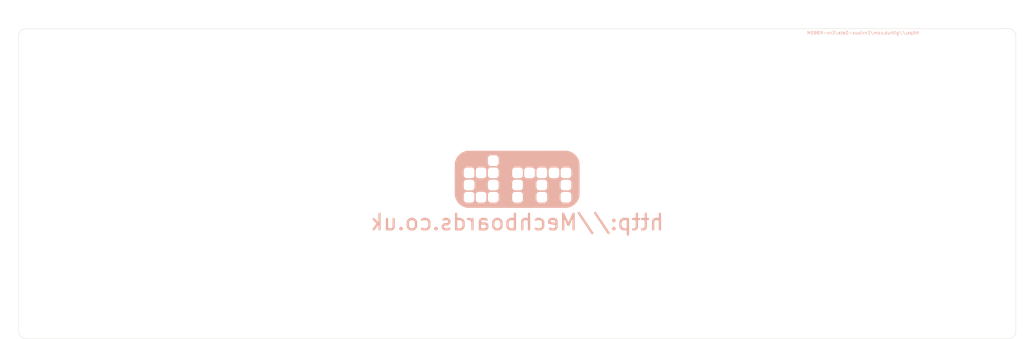
<source format=kicad_pcb>
(kicad_pcb (version 20171130) (host pcbnew "(5.1.9)-1")

  (general
    (thickness 1.6)
    (drawings 14)
    (tracks 0)
    (zones 0)
    (modules 7)
    (nets 1)
  )

  (page A3)
  (layers
    (0 F.Cu signal)
    (31 B.Cu signal)
    (32 B.Adhes user)
    (33 F.Adhes user)
    (34 B.Paste user)
    (35 F.Paste user)
    (36 B.SilkS user)
    (37 F.SilkS user)
    (38 B.Mask user)
    (39 F.Mask user)
    (40 Dwgs.User user)
    (41 Cmts.User user)
    (42 Eco1.User user)
    (43 Eco2.User user)
    (44 Edge.Cuts user)
    (45 Margin user)
    (46 B.CrtYd user)
    (47 F.CrtYd user)
    (48 B.Fab user)
    (49 F.Fab user)
  )

  (setup
    (last_trace_width 0.25)
    (trace_clearance 0.4)
    (zone_clearance 0.508)
    (zone_45_only no)
    (trace_min 0.2)
    (via_size 0.8)
    (via_drill 0.4)
    (via_min_size 0.4)
    (via_min_drill 0.3)
    (uvia_size 0.3)
    (uvia_drill 0.1)
    (uvias_allowed no)
    (uvia_min_size 0.2)
    (uvia_min_drill 0.1)
    (edge_width 0.1)
    (segment_width 0.2)
    (pcb_text_width 0.3)
    (pcb_text_size 1.5 1.5)
    (mod_edge_width 0.15)
    (mod_text_size 1 1)
    (mod_text_width 0.15)
    (pad_size 1.5 1.5)
    (pad_drill 0.6)
    (pad_to_mask_clearance 0)
    (aux_axis_origin 0 0)
    (visible_elements 7FFFFFFF)
    (pcbplotparams
      (layerselection 0x010fc_ffffffff)
      (usegerberextensions false)
      (usegerberattributes false)
      (usegerberadvancedattributes false)
      (creategerberjobfile false)
      (excludeedgelayer true)
      (linewidth 0.100000)
      (plotframeref false)
      (viasonmask false)
      (mode 1)
      (useauxorigin false)
      (hpglpennumber 1)
      (hpglpenspeed 20)
      (hpglpendiameter 15.000000)
      (psnegative false)
      (psa4output false)
      (plotreference true)
      (plotvalue true)
      (plotinvisibletext false)
      (padsonsilk false)
      (subtractmaskfromsilk false)
      (outputformat 1)
      (mirror false)
      (drillshape 0)
      (scaleselection 1)
      (outputdirectory "_gerber/"))
  )

  (net 0 "")

  (net_class Default "This is the default net class."
    (clearance 0.4)
    (trace_width 0.25)
    (via_dia 0.8)
    (via_drill 0.4)
    (uvia_dia 0.3)
    (uvia_drill 0.1)
  )

  (module MechboardsLogo:mechboardsLOGO_40mm locked (layer B.Cu) (tedit 0) (tstamp 60A3C9D4)
    (at 225.075 145.9 180)
    (fp_text reference Ref** (at -1.5 0) (layer B.SilkS) hide
      (effects (font (size 1.27 1.27) (thickness 0.15)) (justify mirror))
    )
    (fp_text value Val** (at 0 0) (layer B.SilkS) hide
      (effects (font (size 1.27 1.27) (thickness 0.15)) (justify mirror))
    )
    (fp_poly (pts (xy 2.16771 9.143542) (xy 3.193652 9.143441) (xy 4.177948 9.143287) (xy 5.120827 9.14308)
      (xy 6.022517 9.14282) (xy 6.883248 9.142506) (xy 7.703249 9.142137) (xy 8.482749 9.141715)
      (xy 9.221977 9.141237) (xy 9.921162 9.140705) (xy 10.580533 9.140117) (xy 11.200318 9.139474)
      (xy 11.780748 9.138774) (xy 12.322051 9.138019) (xy 12.824455 9.137207) (xy 13.288191 9.136337)
      (xy 13.713487 9.135411) (xy 14.100572 9.134428) (xy 14.449675 9.133386) (xy 14.761026 9.132286)
      (xy 15.034852 9.131128) (xy 15.271384 9.129911) (xy 15.470849 9.128635) (xy 15.633478 9.1273)
      (xy 15.7595 9.125905) (xy 15.849142 9.12445) (xy 15.902635 9.122935) (xy 15.917888 9.121948)
      (xy 16.356115 9.047332) (xy 16.780081 8.933814) (xy 17.187687 8.782879) (xy 17.576836 8.596009)
      (xy 17.945428 8.374689) (xy 18.291366 8.120403) (xy 18.612551 7.834635) (xy 18.906884 7.518868)
      (xy 19.172268 7.174587) (xy 19.406602 6.803275) (xy 19.532572 6.565819) (xy 19.709105 6.162006)
      (xy 19.845539 5.745071) (xy 19.942196 5.313955) (xy 19.971827 5.122334) (xy 19.975406 5.074149)
      (xy 19.978782 4.985967) (xy 19.981955 4.860124) (xy 19.984925 4.698953) (xy 19.987691 4.504792)
      (xy 19.990255 4.279976) (xy 19.992616 4.026839) (xy 19.994774 3.747719) (xy 19.996728 3.444949)
      (xy 19.99848 3.120866) (xy 20.000028 2.777804) (xy 20.001374 2.418101) (xy 20.002516 2.04409)
      (xy 20.003455 1.658108) (xy 20.004192 1.26249) (xy 20.004725 0.859571) (xy 20.005055 0.451687)
      (xy 20.005182 0.041174) (xy 20.005106 -0.369633) (xy 20.004827 -0.778399) (xy 20.004345 -1.182788)
      (xy 20.00366 -1.580465) (xy 20.002772 -1.969094) (xy 20.00168 -2.346339) (xy 20.000386 -2.709865)
      (xy 19.998889 -3.057338) (xy 19.997188 -3.38642) (xy 19.995285 -3.694777) (xy 19.993178 -3.980073)
      (xy 19.990869 -4.239973) (xy 19.988356 -4.472141) (xy 19.98564 -4.674241) (xy 19.982722 -4.843939)
      (xy 19.9796 -4.978899) (xy 19.976275 -5.076785) (xy 19.972747 -5.135262) (xy 19.971827 -5.1435)
      (xy 19.892487 -5.580936) (xy 19.773832 -6.003391) (xy 19.615555 -6.411603) (xy 19.41735 -6.806305)
      (xy 19.178911 -7.188235) (xy 19.043389 -7.376123) (xy 18.959407 -7.479375) (xy 18.850833 -7.600974)
      (xy 18.725969 -7.732621) (xy 18.593115 -7.866015) (xy 18.460573 -7.992853) (xy 18.336643 -8.104835)
      (xy 18.229627 -8.193661) (xy 18.213456 -8.206056) (xy 17.836858 -8.465054) (xy 17.446243 -8.684111)
      (xy 17.04153 -8.863261) (xy 16.622639 -9.002536) (xy 16.18949 -9.101968) (xy 15.917888 -9.143114)
      (xy 15.887041 -9.144312) (xy 15.815146 -9.145472) (xy 15.703475 -9.146594) (xy 15.553302 -9.147679)
      (xy 15.365898 -9.148726) (xy 15.142536 -9.149735) (xy 14.88449 -9.150707) (xy 14.593031 -9.151641)
      (xy 14.269433 -9.152537) (xy 13.914968 -9.153396) (xy 13.53091 -9.154217) (xy 13.118529 -9.155001)
      (xy 12.679101 -9.155747) (xy 12.213896 -9.156457) (xy 11.724188 -9.157128) (xy 11.211249 -9.157763)
      (xy 10.676353 -9.15836) (xy 10.120771 -9.15892) (xy 9.545777 -9.159442) (xy 8.952643 -9.159928)
      (xy 8.342643 -9.160376) (xy 7.717047 -9.160788) (xy 7.07713 -9.161162) (xy 6.424164 -9.161499)
      (xy 5.759422 -9.1618) (xy 5.084176 -9.162063) (xy 4.3997 -9.16229) (xy 3.707265 -9.162479)
      (xy 3.008145 -9.162632) (xy 2.303612 -9.162748) (xy 1.594938 -9.162828) (xy 0.883398 -9.16287)
      (xy 0.170263 -9.162876) (xy -0.543195 -9.162846) (xy -1.255701 -9.162779) (xy -1.965984 -9.162675)
      (xy -2.672771 -9.162535) (xy -3.374789 -9.162358) (xy -4.070766 -9.162145) (xy -4.759429 -9.161896)
      (xy -5.439504 -9.16161) (xy -6.10972 -9.161288) (xy -6.768804 -9.16093) (xy -7.415482 -9.160535)
      (xy -8.048483 -9.160105) (xy -8.666534 -9.159638) (xy -9.268362 -9.159135) (xy -9.852693 -9.158596)
      (xy -10.418257 -9.158021) (xy -10.963779 -9.15741) (xy -11.487987 -9.156763) (xy -11.989608 -9.15608)
      (xy -12.467371 -9.155361) (xy -12.920001 -9.154606) (xy -13.346227 -9.153816) (xy -13.744775 -9.152989)
      (xy -14.114373 -9.152127) (xy -14.453749 -9.15123) (xy -14.761628 -9.150297) (xy -15.03674 -9.149328)
      (xy -15.277811 -9.148323) (xy -15.483568 -9.147283) (xy -15.65274 -9.146208) (xy -15.784052 -9.145097)
      (xy -15.876232 -9.143951) (xy -15.928008 -9.142769) (xy -15.9385 -9.142146) (xy -16.378817 -9.064595)
      (xy -16.806626 -8.9467) (xy -17.221048 -8.788824) (xy -17.621206 -8.591328) (xy -18.006222 -8.354571)
      (xy -18.213457 -8.206056) (xy -18.316709 -8.122073) (xy -18.438309 -8.0135) (xy -18.569956 -7.888635)
      (xy -18.703349 -7.755782) (xy -18.830187 -7.623239) (xy -18.94217 -7.49931) (xy -19.030995 -7.392294)
      (xy -19.04339 -7.376123) (xy -19.302223 -7.000352) (xy -19.520668 -6.61218) (xy -19.699031 -6.210869)
      (xy -19.837618 -5.795684) (xy -19.851343 -5.736166) (xy -17.324917 -5.736166) (xy -17.324756 -5.950241)
      (xy -17.324148 -6.126586) (xy -17.322907 -6.269806) (xy -17.320848 -6.384505) (xy -17.317785 -6.475286)
      (xy -17.313531 -6.546752) (xy -17.307902 -6.603508) (xy -17.30071 -6.650157) (xy -17.29177 -6.691303)
      (xy -17.28536 -6.715735) (xy -17.221491 -6.880324) (xy -17.126269 -7.036496) (xy -17.007324 -7.174599)
      (xy -16.872289 -7.284979) (xy -16.803146 -7.325719) (xy -16.746504 -7.354499) (xy -16.695421 -7.37842)
      (xy -16.64546 -7.397908) (xy -16.592179 -7.413391) (xy -16.53114 -7.425297) (xy -16.457903 -7.434054)
      (xy -16.368027 -7.440088) (xy -16.257075 -7.443828) (xy -16.120604 -7.445702) (xy -15.954178 -7.446136)
      (xy -15.753354 -7.445559) (xy -15.568084 -7.444672) (xy -15.347958 -7.443517) (xy -15.165925 -7.442328)
      (xy -15.017744 -7.440885) (xy -14.899176 -7.438962) (xy -14.80598 -7.436338) (xy -14.733915 -7.432789)
      (xy -14.678743 -7.428093) (xy -14.636222 -7.422027) (xy -14.602112 -7.414368) (xy -14.572174 -7.404892)
      (xy -14.542166 -7.393378) (xy -14.534638 -7.390349) (xy -14.370974 -7.304651) (xy -14.220906 -7.18832)
      (xy -14.091879 -7.049202) (xy -13.991336 -6.895141) (xy -13.933301 -6.7566) (xy -13.924065 -6.723056)
      (xy -13.916467 -6.684931) (xy -13.91035 -6.637967) (xy -13.905559 -6.57791) (xy -13.901937 -6.500503)
      (xy -13.89933 -6.401492) (xy -13.89758 -6.276619) (xy -13.896532 -6.121629) (xy -13.896031 -5.932267)
      (xy -13.896024 -5.919239) (xy -9.607222 -5.919239) (xy -9.607069 -6.135582) (xy -9.605311 -6.312602)
      (xy -9.60192 -6.451791) (xy -9.596869 -6.554642) (xy -9.590131 -6.622643) (xy -9.587918 -6.63575)
      (xy -9.529255 -6.831557) (xy -9.434645 -7.007917) (xy -9.307523 -7.160921) (xy -9.151323 -7.286657)
      (xy -8.969477 -7.381214) (xy -8.915999 -7.401038) (xy -8.879651 -7.413042) (xy -8.844842 -7.422887)
      (xy -8.807105 -7.430787) (xy -8.761976 -7.436958) (xy -8.70499 -7.441616) (xy -8.631682 -7.444978)
      (xy -8.537586 -7.447258) (xy -8.418238 -7.448672) (xy -8.269172 -7.449437) (xy -8.085924 -7.449769)
      (xy -7.90575 -7.449868) (xy -7.671411 -7.44959) (xy -7.475929 -7.448514) (xy -7.315836 -7.44654)
      (xy -7.187662 -7.44357) (xy -7.087938 -7.439502) (xy -7.013194 -7.434238) (xy -6.959961 -7.427677)
      (xy -6.932084 -7.421851) (xy -6.743165 -7.350586) (xy -6.573354 -7.245295) (xy -6.427537 -7.110753)
      (xy -6.3106 -6.951736) (xy -6.227427 -6.773018) (xy -6.209641 -6.715735) (xy -6.199541 -6.675687)
      (xy -6.191302 -6.632951) (xy -6.184738 -6.582925) (xy -6.179665 -6.521004) (xy -6.175895 -6.442585)
      (xy -6.173244 -6.343064) (xy -6.171525 -6.217838) (xy -6.170552 -6.062302) (xy -6.17014 -5.871855)
      (xy -6.170084 -5.736166) (xy -1.830917 -5.736166) (xy -1.830756 -5.950241) (xy -1.830148 -6.126586)
      (xy -1.828907 -6.269806) (xy -1.826848 -6.384505) (xy -1.823785 -6.475286) (xy -1.819531 -6.546752)
      (xy -1.813902 -6.603508) (xy -1.80671 -6.650157) (xy -1.79777 -6.691303) (xy -1.79136 -6.715735)
      (xy -1.719686 -6.898377) (xy -1.61266 -7.063693) (xy -1.475472 -7.206548) (xy -1.313309 -7.321804)
      (xy -1.131362 -7.404327) (xy -1.0795 -7.420335) (xy -1.038372 -7.427738) (xy -0.971015 -7.433894)
      (xy -0.874806 -7.438882) (xy -0.747123 -7.442778) (xy -0.585342 -7.445659) (xy -0.386839 -7.447604)
      (xy -0.148991 -7.448688) (xy -0.113355 -7.448773) (xy 0.103297 -7.449136) (xy 0.282073 -7.449074)
      (xy 0.427427 -7.448407) (xy 0.543817 -7.446955) (xy 0.635698 -7.444541) (xy 0.707525 -7.440983)
      (xy 0.763756 -7.436102) (xy 0.808845 -7.429719) (xy 0.847249 -7.421655) (xy 0.883423 -7.411729)
      (xy 0.895235 -7.408137) (xy 1.079612 -7.329733) (xy 1.24325 -7.217208) (xy 1.381721 -7.075506)
      (xy 1.490599 -6.909568) (xy 1.565458 -6.724339) (xy 1.586917 -6.63575) (xy 1.594137 -6.577324)
      (xy 1.599661 -6.484472) (xy 1.603518 -6.355702) (xy 1.605735 -6.189523) (xy 1.606339 -5.984443)
      (xy 1.606079 -5.919239) (xy 5.950278 -5.919239) (xy 5.950431 -6.135582) (xy 5.952189 -6.312602)
      (xy 5.95558 -6.451791) (xy 5.960631 -6.554642) (xy 5.967369 -6.622643) (xy 5.969582 -6.63575)
      (xy 6.028245 -6.831557) (xy 6.122855 -7.007917) (xy 6.249977 -7.160921) (xy 6.406177 -7.286657)
      (xy 6.588023 -7.381214) (xy 6.641501 -7.401038) (xy 6.677849 -7.413042) (xy 6.712658 -7.422887)
      (xy 6.750395 -7.430787) (xy 6.795524 -7.436958) (xy 6.85251 -7.441616) (xy 6.925818 -7.444978)
      (xy 7.019914 -7.447258) (xy 7.139262 -7.448672) (xy 7.288328 -7.449437) (xy 7.471576 -7.449769)
      (xy 7.65175 -7.449868) (xy 7.886089 -7.44959) (xy 8.081571 -7.448514) (xy 8.241664 -7.44654)
      (xy 8.369838 -7.44357) (xy 8.469562 -7.439502) (xy 8.544306 -7.434238) (xy 8.597539 -7.427677)
      (xy 8.625416 -7.421851) (xy 8.814335 -7.350586) (xy 8.984146 -7.245295) (xy 9.129963 -7.110753)
      (xy 9.2469 -6.951736) (xy 9.330073 -6.773018) (xy 9.347859 -6.715735) (xy 9.357959 -6.675687)
      (xy 9.366198 -6.632951) (xy 9.372762 -6.582925) (xy 9.377835 -6.521004) (xy 9.381605 -6.442585)
      (xy 9.384256 -6.343064) (xy 9.385975 -6.217838) (xy 9.386948 -6.062302) (xy 9.38736 -5.871855)
      (xy 9.387416 -5.736166) (xy 9.8425 -5.736166) (xy 9.842651 -5.962998) (xy 9.843415 -6.152088)
      (xy 9.845258 -6.308028) (xy 9.848645 -6.435409) (xy 9.854044 -6.538824) (xy 9.861919 -6.622863)
      (xy 9.872736 -6.692118) (xy 9.886962 -6.751181) (xy 9.905063 -6.804643) (xy 9.927503 -6.857095)
      (xy 9.95475 -6.91313) (xy 9.963739 -6.930947) (xy 10.022359 -7.022396) (xy 10.105311 -7.121004)
      (xy 10.200514 -7.214504) (xy 10.295884 -7.29063) (xy 10.351456 -7.324581) (xy 10.409255 -7.353837)
      (xy 10.461657 -7.378081) (xy 10.513234 -7.397788) (xy 10.56856 -7.413437) (xy 10.632204 -7.425503)
      (xy 10.708739 -7.434464) (xy 10.802738 -7.440796) (xy 10.918771 -7.444976) (xy 11.061411 -7.447482)
      (xy 11.23523 -7.44879) (xy 11.444799 -7.449376) (xy 11.549478 -7.449528) (xy 11.766352 -7.449697)
      (xy 11.945341 -7.449464) (xy 12.090895 -7.448648) (xy 12.207461 -7.447069) (xy 12.299487 -7.444546)
      (xy 12.371423 -7.440898) (xy 12.427717 -7.435945) (xy 12.472817 -7.429506) (xy 12.511171 -7.421401)
      (xy 12.547229 -7.411448) (xy 12.556422 -7.408645) (xy 12.734513 -7.334126) (xy 12.896448 -7.228195)
      (xy 13.034443 -7.09719) (xy 13.140718 -6.947447) (xy 13.154603 -6.9215) (xy 13.182331 -6.865884)
      (xy 13.205291 -6.814434) (xy 13.223933 -6.762597) (xy 13.238706 -6.705819) (xy 13.250058 -6.639545)
      (xy 13.258439 -6.559222) (xy 13.264298 -6.460296) (xy 13.268084 -6.338214) (xy 13.270246 -6.188421)
      (xy 13.271233 -6.006364) (xy 13.271495 -5.787489) (xy 13.2715 -5.736166) (xy 13.68425 -5.736166)
      (xy 13.684285 -5.960296) (xy 13.684519 -6.146238) (xy 13.685146 -6.298137) (xy 13.686359 -6.42014)
      (xy 13.688352 -6.516391) (xy 13.691319 -6.591036) (xy 13.695453 -6.64822) (xy 13.700947 -6.692088)
      (xy 13.707995 -6.726787) (xy 13.716791 -6.756462) (xy 13.727527 -6.785258) (xy 13.733983 -6.801362)
      (xy 13.8255 -6.975481) (xy 13.949361 -7.131378) (xy 14.09868 -7.262588) (xy 14.266573 -7.362648)
      (xy 14.378882 -7.406813) (xy 14.414066 -7.417149) (xy 14.451098 -7.425632) (xy 14.494405 -7.43245)
      (xy 14.548414 -7.437792) (xy 14.617553 -7.441847) (xy 14.706247 -7.444804) (xy 14.818926 -7.446852)
      (xy 14.960015 -7.44818) (xy 15.133943 -7.448976) (xy 15.345136 -7.449429) (xy 15.379033 -7.449477)
      (xy 15.600575 -7.449574) (xy 15.784025 -7.449109) (xy 15.93362 -7.44794) (xy 16.0536 -7.445924)
      (xy 16.148201 -7.442922) (xy 16.221664 -7.438789) (xy 16.278226 -7.433386) (xy 16.322125 -7.426569)
      (xy 16.3576 -7.418198) (xy 16.363283 -7.416556) (xy 16.56163 -7.337294) (xy 16.733042 -7.225509)
      (xy 16.876681 -7.081912) (xy 16.99171 -6.907212) (xy 17.013163 -6.864529) (xy 17.092083 -6.69925)
      (xy 17.092083 -4.773083) (xy 17.013163 -4.607803) (xy 16.905858 -4.429688) (xy 16.768721 -4.278602)
      (xy 16.606202 -4.158295) (xy 16.422751 -4.07251) (xy 16.35125 -4.050481) (xy 16.311469 -4.042829)
      (xy 16.252417 -4.036547) (xy 16.170639 -4.031534) (xy 16.06268 -4.027688) (xy 15.925087 -4.024907)
      (xy 15.754403 -4.023088) (xy 15.547175 -4.022129) (xy 15.385104 -4.021917) (xy 15.169789 -4.021967)
      (xy 14.99231 -4.022381) (xy 14.84817 -4.02335) (xy 14.732873 -4.025067) (xy 14.641921 -4.027723)
      (xy 14.570819 -4.03151) (xy 14.515069 -4.036619) (xy 14.470174 -4.043242) (xy 14.431638 -4.051571)
      (xy 14.394963 -4.061796) (xy 14.386179 -4.064479) (xy 14.206793 -4.141285) (xy 14.042863 -4.253423)
      (xy 13.900886 -4.394854) (xy 13.787357 -4.559536) (xy 13.733983 -4.67097) (xy 13.722154 -4.700958)
      (xy 13.712366 -4.729655) (xy 13.704428 -4.761208) (xy 13.698145 -4.799763) (xy 13.693324 -4.849463)
      (xy 13.689771 -4.914456) (xy 13.687293 -4.998885) (xy 13.685695 -5.106898) (xy 13.684786 -5.242638)
      (xy 13.68437 -5.410252) (xy 13.684255 -5.613886) (xy 13.68425 -5.736166) (xy 13.2715 -5.736166)
      (xy 13.271348 -5.509335) (xy 13.270584 -5.320245) (xy 13.268741 -5.164305) (xy 13.265354 -5.036923)
      (xy 13.259955 -4.933509) (xy 13.25208 -4.84947) (xy 13.241263 -4.780214) (xy 13.227037 -4.721152)
      (xy 13.208936 -4.66769) (xy 13.186496 -4.615237) (xy 13.159249 -4.559202) (xy 13.15026 -4.541385)
      (xy 13.087864 -4.444567) (xy 12.999931 -4.341932) (xy 12.899048 -4.246067) (xy 12.797801 -4.16956)
      (xy 12.75178 -4.142906) (xy 12.69382 -4.114158) (xy 12.640791 -4.090353) (xy 12.588102 -4.071026)
      (xy 12.531161 -4.055709) (xy 12.465378 -4.043938) (xy 12.38616 -4.035247) (xy 12.288916 -4.029169)
      (xy 12.169055 -4.025239) (xy 12.021984 -4.02299) (xy 11.843113 -4.021957) (xy 11.62785 -4.021674)
      (xy 11.556999 -4.021666) (xy 11.330168 -4.021817) (xy 11.141078 -4.022581) (xy 10.985138 -4.024424)
      (xy 10.857757 -4.027812) (xy 10.754342 -4.03321) (xy 10.670303 -4.041085) (xy 10.601048 -4.051903)
      (xy 10.541985 -4.066129) (xy 10.488523 -4.084229) (xy 10.43607 -4.10667) (xy 10.380035 -4.133917)
      (xy 10.362219 -4.142906) (xy 10.2654 -4.205302) (xy 10.162765 -4.293234) (xy 10.066901 -4.394118)
      (xy 9.990393 -4.495365) (xy 9.963739 -4.541385) (xy 9.934991 -4.599346) (xy 9.911186 -4.652375)
      (xy 9.891859 -4.705064) (xy 9.876543 -4.762004) (xy 9.864772 -4.827788) (xy 9.85608 -4.907006)
      (xy 9.850002 -5.004249) (xy 9.846072 -5.124111) (xy 9.843824 -5.271181) (xy 9.842791 -5.450052)
      (xy 9.842508 -5.665316) (xy 9.8425 -5.736166) (xy 9.387416 -5.736166) (xy 9.387255 -5.522092)
      (xy 9.386647 -5.345746) (xy 9.385406 -5.202526) (xy 9.383347 -5.087827) (xy 9.380284 -4.997047)
      (xy 9.37603 -4.92558) (xy 9.370401 -4.868824) (xy 9.363209 -4.822175) (xy 9.354269 -4.781029)
      (xy 9.347859 -4.756597) (xy 9.276459 -4.574754) (xy 9.17002 -4.410149) (xy 9.034104 -4.268037)
      (xy 8.874274 -4.153677) (xy 8.696093 -4.072326) (xy 8.593666 -4.043856) (xy 8.544453 -4.036851)
      (xy 8.467079 -4.031386) (xy 8.359148 -4.027419) (xy 8.218265 -4.024904) (xy 8.042035 -4.023796)
      (xy 7.828063 -4.024053) (xy 7.598833 -4.025432) (xy 7.382814 -4.027162) (xy 7.204788 -4.028846)
      (xy 7.060416 -4.030727) (xy 6.94536 -4.033053) (xy 6.855279 -4.036066) (xy 6.785836 -4.040012)
      (xy 6.732691 -4.045137) (xy 6.691505 -4.051685) (xy 6.657939 -4.059901) (xy 6.627654 -4.070029)
      (xy 6.597137 -4.081983) (xy 6.419965 -4.175607) (xy 6.262113 -4.303222) (xy 6.129589 -4.458631)
      (xy 6.028401 -4.635638) (xy 6.00473 -4.69288) (xy 5.993108 -4.72523) (xy 5.983559 -4.757841)
      (xy 5.975837 -4.795169) (xy 5.969701 -4.841667) (xy 5.964904 -4.901791) (xy 5.961205 -4.979994)
      (xy 5.958359 -5.080733) (xy 5.956123 -5.20846) (xy 5.954253 -5.367631) (xy 5.952505 -5.562701)
      (xy 5.951703 -5.662083) (xy 5.950278 -5.919239) (xy 1.606079 -5.919239) (xy 1.605357 -5.73897)
      (xy 1.604796 -5.662083) (xy 1.603024 -5.449629) (xy 1.601238 -5.275054) (xy 1.599194 -5.133902)
      (xy 1.596649 -5.021719) (xy 1.59336 -4.93405) (xy 1.589081 -4.866441) (xy 1.58357 -4.814437)
      (xy 1.576583 -4.773584) (xy 1.567876 -4.739426) (xy 1.557205 -4.70751) (xy 1.551769 -4.69288)
      (xy 1.461316 -4.510527) (xy 1.337698 -4.347886) (xy 1.186922 -4.211152) (xy 1.014997 -4.106521)
      (xy 0.959362 -4.081983) (xy 0.928098 -4.069753) (xy 0.897784 -4.059675) (xy 0.864082 -4.051503)
      (xy 0.822651 -4.044994) (xy 0.769154 -4.039901) (xy 0.699251 -4.035981) (xy 0.608604 -4.032988)
      (xy 0.492872 -4.030676) (xy 0.347718 -4.028802) (xy 0.168801 -4.027121) (xy -0.042334 -4.025432)
      (xy -0.292687 -4.023974) (xy -0.50312 -4.02384) (xy -0.67603 -4.025074) (xy -0.813812 -4.02772)
      (xy -0.918859 -4.031822) (xy -0.993569 -4.037424) (xy -1.037167 -4.043856) (xy -1.22298 -4.105089)
      (xy -1.393461 -4.202184) (xy -1.543048 -4.329884) (xy -1.666178 -4.482932) (xy -1.757287 -4.65607)
      (xy -1.79136 -4.756597) (xy -1.80146 -4.796645) (xy -1.809699 -4.839381) (xy -1.816263 -4.889408)
      (xy -1.821336 -4.951329) (xy -1.825106 -5.029748) (xy -1.827757 -5.129268) (xy -1.829476 -5.254495)
      (xy -1.830449 -5.41003) (xy -1.830861 -5.600478) (xy -1.830917 -5.736166) (xy -6.170084 -5.736166)
      (xy -6.170245 -5.522092) (xy -6.170853 -5.345746) (xy -6.172094 -5.202526) (xy -6.174153 -5.087827)
      (xy -6.177216 -4.997047) (xy -6.18147 -4.92558) (xy -6.187099 -4.868824) (xy -6.194291 -4.822175)
      (xy -6.203231 -4.781029) (xy -6.209641 -4.756597) (xy -6.281041 -4.574754) (xy -6.38748 -4.410149)
      (xy -6.523396 -4.268037) (xy -6.683226 -4.153677) (xy -6.861407 -4.072326) (xy -6.963834 -4.043856)
      (xy -7.013047 -4.036851) (xy -7.090421 -4.031386) (xy -7.198352 -4.027419) (xy -7.339235 -4.024904)
      (xy -7.515465 -4.023796) (xy -7.729437 -4.024053) (xy -7.958667 -4.025432) (xy -8.174686 -4.027162)
      (xy -8.352712 -4.028846) (xy -8.497084 -4.030727) (xy -8.61214 -4.033053) (xy -8.702221 -4.036066)
      (xy -8.771664 -4.040012) (xy -8.824809 -4.045137) (xy -8.865995 -4.051685) (xy -8.899561 -4.059901)
      (xy -8.929846 -4.070029) (xy -8.960363 -4.081983) (xy -9.137535 -4.175607) (xy -9.295387 -4.303222)
      (xy -9.427911 -4.458631) (xy -9.529099 -4.635638) (xy -9.55277 -4.69288) (xy -9.564392 -4.72523)
      (xy -9.573941 -4.757841) (xy -9.581663 -4.795169) (xy -9.587799 -4.841667) (xy -9.592596 -4.901791)
      (xy -9.596295 -4.979994) (xy -9.599141 -5.080733) (xy -9.601377 -5.20846) (xy -9.603247 -5.367631)
      (xy -9.604995 -5.562701) (xy -9.605797 -5.662083) (xy -9.607222 -5.919239) (xy -13.896024 -5.919239)
      (xy -13.895917 -5.736166) (xy -13.89607 -5.513424) (xy -13.896634 -5.328758) (xy -13.897764 -5.177914)
      (xy -13.899616 -5.056634) (xy -13.902346 -4.960664) (xy -13.906111 -4.885747) (xy -13.911065 -4.827628)
      (xy -13.917365 -4.78205) (xy -13.925167 -4.744758) (xy -13.933301 -4.715732) (xy -14.003376 -4.555092)
      (xy -14.108341 -4.402645) (xy -14.24075 -4.266235) (xy -14.393161 -4.153708) (xy -14.534638 -4.081983)
      (xy -14.565902 -4.069753) (xy -14.596216 -4.059675) (xy -14.629918 -4.051503) (xy -14.671349 -4.044994)
      (xy -14.724846 -4.039901) (xy -14.794749 -4.035981) (xy -14.885396 -4.032988) (xy -15.001128 -4.030676)
      (xy -15.146282 -4.028802) (xy -15.325199 -4.027121) (xy -15.536334 -4.025432) (xy -15.786687 -4.023974)
      (xy -15.99712 -4.02384) (xy -16.17003 -4.025074) (xy -16.307812 -4.02772) (xy -16.412859 -4.031822)
      (xy -16.487569 -4.037424) (xy -16.531167 -4.043856) (xy -16.71698 -4.105089) (xy -16.887461 -4.202184)
      (xy -17.037048 -4.329884) (xy -17.160178 -4.482932) (xy -17.251287 -4.65607) (xy -17.28536 -4.756597)
      (xy -17.29546 -4.796645) (xy -17.303699 -4.839381) (xy -17.310263 -4.889408) (xy -17.315336 -4.951329)
      (xy -17.319106 -5.029748) (xy -17.321757 -5.129268) (xy -17.323476 -5.254495) (xy -17.324449 -5.41003)
      (xy -17.324861 -5.600478) (xy -17.324917 -5.736166) (xy -19.851343 -5.736166) (xy -19.936735 -5.36589)
      (xy -19.971828 -5.1435) (xy -19.975407 -5.095315) (xy -19.978783 -5.007133) (xy -19.981956 -4.881289)
      (xy -19.984926 -4.720119) (xy -19.987692 -4.525958) (xy -19.990256 -4.301141) (xy -19.992617 -4.048005)
      (xy -19.994775 -3.768884) (xy -19.996729 -3.466114) (xy -19.998481 -3.142031) (xy -20.000029 -2.79897)
      (xy -20.001375 -2.439266) (xy -20.002516 -2.065256) (xy -20.003034 -1.852083) (xy -17.3249 -1.852083)
      (xy -17.324841 -2.066718) (xy -17.324529 -2.243456) (xy -17.323745 -2.386735) (xy -17.322273 -2.500991)
      (xy -17.319896 -2.59066) (xy -17.316395 -2.660181) (xy -17.311554 -2.713989) (xy -17.305154 -2.756522)
      (xy -17.296979 -2.792216) (xy -17.286812 -2.825508) (xy -17.275628 -2.8575) (xy -17.185136 -3.052559)
      (xy -17.064425 -3.219479) (xy -16.915831 -3.356063) (xy -16.741685 -3.460117) (xy -16.567901 -3.523369)
      (xy -16.511907 -3.532339) (xy -16.419559 -3.539949) (xy -16.296815 -3.546199) (xy -16.149631 -3.551089)
      (xy -15.983965 -3.554619) (xy -15.805774 -3.556787) (xy -15.621016 -3.557595) (xy -15.435649 -3.557042)
      (xy -15.255629 -3.555127) (xy -15.086914 -3.55185) (xy -14.935461 -3.547212) (xy -14.807228 -3.541212)
      (xy -14.708172 -3.533849) (xy -14.64425 -3.525123) (xy -14.637076 -3.523445) (xy -14.455981 -3.455113)
      (xy -14.290919 -3.351475) (xy -14.147263 -3.218192) (xy -14.030388 -3.060927) (xy -13.945668 -2.885344)
      (xy -13.908653 -2.755916) (xy -13.901171 -2.696654) (xy -13.895065 -2.60162) (xy -13.890307 -2.476902)
      (xy -13.886869 -2.328593) (xy -13.884722 -2.162782) (xy -13.883999 -2.01764) (xy -9.611097 -2.01764)
      (xy -9.609991 -2.193277) (xy -9.607616 -2.356421) (xy -9.603945 -2.50098) (xy -9.598949 -2.620864)
      (xy -9.592601 -2.709983) (xy -9.586348 -2.755916) (xy -9.527646 -2.938843) (xy -9.433264 -3.108529)
      (xy -9.308804 -3.259) (xy -9.159871 -3.384287) (xy -8.992068 -3.478417) (xy -8.867083 -3.522384)
      (xy -8.810874 -3.531416) (xy -8.718317 -3.539123) (xy -8.595373 -3.5455) (xy -8.448007 -3.550541)
      (xy -8.282181 -3.554238) (xy -8.103861 -3.556586) (xy -7.919008 -3.557579) (xy -7.733586 -3.55721)
      (xy -7.553559 -3.555472) (xy -7.38489 -3.552361) (xy -7.233543 -3.547868) (xy -7.105481 -3.541988)
      (xy -7.006667 -3.534715) (xy -6.943066 -3.526042) (xy -6.936175 -3.524426) (xy -6.744694 -3.453986)
      (xy -6.573623 -3.349827) (xy -6.427403 -3.216246) (xy -6.310471 -3.05754) (xy -6.227268 -2.878009)
      (xy -6.209641 -2.821069) (xy -6.199602 -2.781282) (xy -6.191401 -2.738818) (xy -6.184856 -2.689113)
      (xy -6.179785 -2.627603) (xy -6.176006 -2.54972) (xy -6.173335 -2.450901) (xy -6.171591 -2.32658)
      (xy -6.170591 -2.172193) (xy -6.170154 -1.983173) (xy -6.170084 -1.830916) (xy -1.830917 -1.830916)
      (xy -1.83076 -2.046367) (xy -1.830166 -2.22405) (xy -1.828952 -2.368531) (xy -1.826938 -2.484375)
      (xy -1.82394 -2.576146) (xy -1.819775 -2.648411) (xy -1.814262 -2.705734) (xy -1.807219 -2.75268)
      (xy -1.798461 -2.793814) (xy -1.79136 -2.821069) (xy -1.719361 -3.00487) (xy -1.612162 -3.170095)
      (xy -1.474554 -3.312053) (xy -1.311328 -3.426055) (xy -1.127274 -3.507412) (xy -1.073901 -3.523369)
      (xy -1.017907 -3.532339) (xy -0.925559 -3.539949) (xy -0.802815 -3.546199) (xy -0.655631 -3.551089)
      (xy -0.489965 -3.554619) (xy -0.311774 -3.556787) (xy -0.127016 -3.557595) (xy 0.058351 -3.557042)
      (xy 0.238371 -3.555127) (xy 0.407086 -3.55185) (xy 0.558539 -3.547212) (xy 0.686772 -3.541212)
      (xy 0.785828 -3.533849) (xy 0.84975 -3.525123) (xy 0.856924 -3.523445) (xy 1.038019 -3.455113)
      (xy 1.203081 -3.351475) (xy 1.346737 -3.218192) (xy 1.463612 -3.060927) (xy 1.548332 -2.885344)
      (xy 1.585347 -2.755916) (xy 1.592829 -2.696654) (xy 1.598935 -2.60162) (xy 1.603693 -2.476902)
      (xy 1.607131 -2.328593) (xy 1.609278 -2.162782) (xy 1.610001 -2.01764) (xy 5.946403 -2.01764)
      (xy 5.947509 -2.193277) (xy 5.949884 -2.356421) (xy 5.953555 -2.50098) (xy 5.958551 -2.620864)
      (xy 5.964899 -2.709983) (xy 5.971152 -2.755916) (xy 6.029854 -2.938843) (xy 6.124236 -3.108529)
      (xy 6.248696 -3.259) (xy 6.397629 -3.384287) (xy 6.565432 -3.478417) (xy 6.690417 -3.522384)
      (xy 6.746626 -3.531416) (xy 6.839183 -3.539123) (xy 6.962127 -3.5455) (xy 7.109493 -3.550541)
      (xy 7.275319 -3.554238) (xy 7.453639 -3.556586) (xy 7.638492 -3.557579) (xy 7.823914 -3.55721)
      (xy 8.003941 -3.555472) (xy 8.17261 -3.552361) (xy 8.323957 -3.547868) (xy 8.452019 -3.541988)
      (xy 8.550833 -3.534715) (xy 8.614434 -3.526042) (xy 8.621325 -3.524426) (xy 8.812806 -3.453986)
      (xy 8.983877 -3.349827) (xy 9.130097 -3.216246) (xy 9.247029 -3.05754) (xy 9.330232 -2.878009)
      (xy 9.347859 -2.821069) (xy 9.357898 -2.781282) (xy 9.366099 -2.738818) (xy 9.372644 -2.689113)
      (xy 9.377715 -2.627603) (xy 9.381494 -2.54972) (xy 9.384165 -2.450901) (xy 9.385909 -2.32658)
      (xy 9.386909 -2.172193) (xy 9.387346 -1.983173) (xy 9.387411 -1.8415) (xy 13.673666 -1.8415)
      (xy 13.673937 -2.062956) (xy 13.674847 -2.246339) (xy 13.676539 -2.395905) (xy 13.679156 -2.515913)
      (xy 13.682841 -2.610619) (xy 13.68774 -2.68428) (xy 13.693994 -2.741153) (xy 13.701748 -2.785496)
      (xy 13.706113 -2.803843) (xy 13.775643 -2.989794) (xy 13.88019 -3.157842) (xy 14.014638 -3.302815)
      (xy 14.173872 -3.419538) (xy 14.352776 -3.502838) (xy 14.416714 -3.522503) (xy 14.473405 -3.531644)
      (xy 14.566436 -3.53942) (xy 14.68984 -3.545826) (xy 14.837644 -3.550861) (xy 15.003881 -3.554519)
      (xy 15.182579 -3.556799) (xy 15.367769 -3.557696) (xy 15.55348 -3.557209) (xy 15.733743 -3.555332)
      (xy 15.902588 -3.552064) (xy 16.054045 -3.547401) (xy 16.182144 -3.541339) (xy 16.280915 -3.533876)
      (xy 16.344387 -3.525008) (xy 16.350509 -3.523553) (xy 16.541168 -3.45259) (xy 16.711949 -3.345782)
      (xy 16.858724 -3.20658) (xy 16.977362 -3.038435) (xy 17.013163 -2.969862) (xy 17.092083 -2.804583)
      (xy 17.098209 -1.880351) (xy 17.099616 -1.657785) (xy 17.100513 -1.47329) (xy 17.100742 -1.322606)
      (xy 17.100149 -1.201473) (xy 17.098578 -1.105632) (xy 17.095873 -1.03082) (xy 17.091878 -0.972779)
      (xy 17.086437 -0.927248) (xy 17.079396 -0.889967) (xy 17.070597 -0.856675) (xy 17.059886 -0.823112)
      (xy 17.059521 -0.822018) (xy 16.977686 -0.639485) (xy 16.863359 -0.477045) (xy 16.721899 -0.339677)
      (xy 16.558666 -0.232361) (xy 16.379017 -0.160073) (xy 16.334702 -0.148639) (xy 16.293661 -0.144008)
      (xy 16.215177 -0.139736) (xy 16.104137 -0.135931) (xy 15.965432 -0.132704) (xy 15.803948 -0.130162)
      (xy 15.624576 -0.128415) (xy 15.432204 -0.127572) (xy 15.386716 -0.127517) (xy 15.160094 -0.127531)
      (xy 14.971207 -0.128183) (xy 14.815459 -0.129936) (xy 14.688254 -0.133256) (xy 14.584993 -0.138607)
      (xy 14.50108 -0.146456) (xy 14.431919 -0.157267) (xy 14.372911 -0.171504) (xy 14.319461 -0.189634)
      (xy 14.266971 -0.212121) (xy 14.210843 -0.23943) (xy 14.193385 -0.248239) (xy 14.097433 -0.310331)
      (xy 13.995351 -0.398527) (xy 13.899213 -0.500709) (xy 13.82109 -0.60476) (xy 13.795983 -0.647167)
      (xy 13.76697 -0.703393) (xy 13.742934 -0.756666) (xy 13.72341 -0.811541) (xy 13.707929 -0.872567)
      (xy 13.696028 -0.944297) (xy 13.687239 -1.031282) (xy 13.681097 -1.138074) (xy 13.677134 -1.269225)
      (xy 13.674886 -1.429286) (xy 13.673885 -1.622808) (xy 13.673666 -1.8415) (xy 9.387411 -1.8415)
      (xy 9.387416 -1.830916) (xy 9.387259 -1.615648) (xy 9.38667 -1.438242) (xy 9.38547 -1.294227)
      (xy 9.383483 -1.179133) (xy 9.38053 -1.088489) (xy 9.376434 -1.017825) (xy 9.371016 -0.962671)
      (xy 9.3641 -0.918555) (xy 9.355508 -0.881007) (xy 9.348709 -0.85725) (xy 9.270299 -0.668022)
      (xy 9.158864 -0.499496) (xy 9.019075 -0.356467) (xy 8.855604 -0.243732) (xy 8.676408 -0.167101)
      (xy 8.64144 -0.157117) (xy 8.603911 -0.148929) (xy 8.559423 -0.142362) (xy 8.50358 -0.13724)
      (xy 8.431982 -0.133386) (xy 8.340234 -0.130626) (xy 8.223937 -0.128783) (xy 8.078695 -0.127681)
      (xy 7.900109 -0.127145) (xy 7.683782 -0.127) (xy 7.67326 -0.127) (xy 7.455843 -0.127115)
      (xy 7.276323 -0.127586) (xy 7.130261 -0.128596) (xy 7.01322 -0.13033) (xy 6.920763 -0.132972)
      (xy 6.848454 -0.136707) (xy 6.791854 -0.141719) (xy 6.746527 -0.148194) (xy 6.708035 -0.156315)
      (xy 6.671942 -0.166267) (xy 6.662911 -0.16902) (xy 6.474339 -0.248322) (xy 6.308892 -0.360677)
      (xy 6.170401 -0.502022) (xy 6.062697 -0.668293) (xy 5.989609 -0.855427) (xy 5.979805 -0.893625)
      (xy 5.971786 -0.949953) (xy 5.964808 -1.042513) (xy 5.958901 -1.165212) (xy 5.954091 -1.311961)
      (xy 5.950409 -1.476669) (xy 5.947881 -1.653245) (xy 5.946536 -1.835599) (xy 5.946403 -2.01764)
      (xy 1.610001 -2.01764) (xy 1.610162 -1.985561) (xy 1.609812 -1.803019) (xy 1.608254 -1.621247)
      (xy 1.605519 -1.446336) (xy 1.601634 -1.284377) (xy 1.596627 -1.14146) (xy 1.590527 -1.023675)
      (xy 1.583362 -0.937113) (xy 1.576694 -0.893625) (xy 1.510732 -0.702929) (xy 1.409413 -0.532313)
      (xy 1.276569 -0.385838) (xy 1.116029 -0.267569) (xy 0.931624 -0.181568) (xy 0.893588 -0.16902)
      (xy 0.857458 -0.158603) (xy 0.820022 -0.150057) (xy 0.776853 -0.143199) (xy 0.723521 -0.137844)
      (xy 0.655598 -0.13381) (xy 0.568656 -0.130911) (xy 0.458264 -0.128965) (xy 0.319995 -0.127788)
      (xy 0.149419 -0.127196) (xy -0.057891 -0.127006) (xy -0.119314 -0.127) (xy -0.336232 -0.127093)
      (xy -0.515219 -0.127503) (xy -0.66068 -0.12842) (xy -0.777019 -0.130038) (xy -0.868638 -0.132547)
      (xy -0.939941 -0.136139) (xy -0.995332 -0.141008) (xy -1.039214 -0.147345) (xy -1.07599 -0.155342)
      (xy -1.110064 -0.165191) (xy -1.127793 -0.17098) (xy -1.317188 -0.255835) (xy -1.482923 -0.37429)
      (xy -1.621478 -0.522706) (xy -1.729328 -0.697444) (xy -1.79221 -0.85725) (xy -1.802028 -0.892896)
      (xy -1.81005 -0.932109) (xy -1.816454 -0.97936) (xy -1.821418 -1.039118) (xy -1.825119 -1.115854)
      (xy -1.827735 -1.214039) (xy -1.829444 -1.338144) (xy -1.830423 -1.492639) (xy -1.830851 -1.681994)
      (xy -1.830917 -1.830916) (xy -6.170084 -1.830916) (xy -6.170241 -1.615648) (xy -6.17083 -1.438242)
      (xy -6.17203 -1.294227) (xy -6.174017 -1.179133) (xy -6.17697 -1.088489) (xy -6.181066 -1.017825)
      (xy -6.186484 -0.962671) (xy -6.1934 -0.918555) (xy -6.201992 -0.881007) (xy -6.208791 -0.85725)
      (xy -6.287201 -0.668022) (xy -6.398636 -0.499496) (xy -6.538425 -0.356467) (xy -6.701896 -0.243732)
      (xy -6.881092 -0.167101) (xy -6.91606 -0.157117) (xy -6.953589 -0.148929) (xy -6.998077 -0.142362)
      (xy -7.05392 -0.13724) (xy -7.125518 -0.133386) (xy -7.217266 -0.130626) (xy -7.333563 -0.128783)
      (xy -7.478805 -0.127681) (xy -7.657391 -0.127145) (xy -7.873718 -0.127) (xy -7.88424 -0.127)
      (xy -8.101657 -0.127115) (xy -8.281177 -0.127586) (xy -8.427239 -0.128596) (xy -8.54428 -0.13033)
      (xy -8.636737 -0.132972) (xy -8.709046 -0.136707) (xy -8.765646 -0.141719) (xy -8.810973 -0.148194)
      (xy -8.849465 -0.156315) (xy -8.885558 -0.166267) (xy -8.894589 -0.16902) (xy -9.083161 -0.248322)
      (xy -9.248608 -0.360677) (xy -9.387099 -0.502022) (xy -9.494803 -0.668293) (xy -9.567891 -0.855427)
      (xy -9.577695 -0.893625) (xy -9.585714 -0.949953) (xy -9.592692 -1.042513) (xy -9.598599 -1.165212)
      (xy -9.603409 -1.311961) (xy -9.607091 -1.476669) (xy -9.609619 -1.653245) (xy -9.610964 -1.835599)
      (xy -9.611097 -2.01764) (xy -13.883999 -2.01764) (xy -13.883838 -1.985561) (xy -13.884188 -1.803019)
      (xy -13.885746 -1.621247) (xy -13.888481 -1.446336) (xy -13.892366 -1.284377) (xy -13.897373 -1.14146)
      (xy -13.903473 -1.023675) (xy -13.910638 -0.937113) (xy -13.917306 -0.893625) (xy -13.983268 -0.702929)
      (xy -14.084587 -0.532313) (xy -14.217431 -0.385838) (xy -14.377971 -0.267569) (xy -14.562376 -0.181568)
      (xy -14.600412 -0.16902) (xy -14.636542 -0.158603) (xy -14.673978 -0.150057) (xy -14.717147 -0.143199)
      (xy -14.770479 -0.137844) (xy -14.838402 -0.13381) (xy -14.925344 -0.130911) (xy -15.035736 -0.128965)
      (xy -15.174005 -0.127788) (xy -15.344581 -0.127196) (xy -15.551891 -0.127006) (xy -15.613314 -0.127)
      (xy -15.830232 -0.127093) (xy -16.009219 -0.127503) (xy -16.15468 -0.12842) (xy -16.271019 -0.130038)
      (xy -16.362638 -0.132547) (xy -16.433941 -0.136139) (xy -16.489332 -0.141008) (xy -16.533214 -0.147345)
      (xy -16.56999 -0.155342) (xy -16.604064 -0.165191) (xy -16.621793 -0.17098) (xy -16.811188 -0.255835)
      (xy -16.976923 -0.37429) (xy -17.115478 -0.522706) (xy -17.223328 -0.697444) (xy -17.28621 -0.85725)
      (xy -17.295912 -0.892445) (xy -17.303862 -0.931174) (xy -17.310229 -0.977838) (xy -17.315187 -1.036836)
      (xy -17.318905 -1.112567) (xy -17.321555 -1.209433) (xy -17.323308 -1.331834) (xy -17.324335 -1.484168)
      (xy -17.324807 -1.670837) (xy -17.3249 -1.852083) (xy -20.003034 -1.852083) (xy -20.003455 -1.679274)
      (xy -20.004192 -1.283655) (xy -20.004725 -0.880737) (xy -20.005055 -0.472853) (xy -20.005182 -0.06234)
      (xy -20.005106 0.348468) (xy -20.004827 0.757234) (xy -20.004345 1.161623) (xy -20.00366 1.559299)
      (xy -20.003227 1.748982) (xy -17.333181 1.748982) (xy -17.331207 1.575043) (xy -17.326493 1.429943)
      (xy -17.318654 1.309196) (xy -17.307305 1.208313) (xy -17.292061 1.122807) (xy -17.272538 1.04819)
      (xy -17.24835 0.979974) (xy -17.220215 0.915987) (xy -17.116503 0.745106) (xy -16.981298 0.597667)
      (xy -16.820816 0.478879) (xy -16.641276 0.393954) (xy -16.571286 0.372164) (xy -16.520433 0.364376)
      (xy -16.433157 0.357533) (xy -16.315358 0.351666) (xy -16.172937 0.346806) (xy -16.011794 0.342986)
      (xy -15.83783 0.340237) (xy -15.656945 0.338592) (xy -15.475039 0.338082) (xy -15.298013 0.338739)
      (xy -15.131767 0.340595) (xy -14.982202 0.343681) (xy -14.855218 0.34803) (xy -14.756716 0.353673)
      (xy -14.692596 0.360642) (xy -14.685417 0.361987) (xy -14.500524 0.421424) (xy -14.329516 0.517489)
      (xy -14.177983 0.645295) (xy -14.051511 0.799959) (xy -13.955689 0.976595) (xy -13.941329 1.012448)
      (xy -13.930036 1.043985) (xy -13.920735 1.076181) (xy -13.913197 1.11342) (xy -13.907189 1.160088)
      (xy -13.902482 1.220569) (xy -13.898845 1.29925) (xy -13.896047 1.400516) (xy -13.893857 1.528752)
      (xy -13.892044 1.688343) (xy -13.890378 1.883674) (xy -13.889522 1.996872) (xy -13.888215 2.264247)
      (xy -13.88833 2.338273) (xy -13.523199 2.338273) (xy -13.522506 2.124779) (xy -13.520677 1.929734)
      (xy -13.518268 1.728479) (xy -13.515817 1.564687) (xy -13.513035 1.433491) (xy -13.509634 1.33002)
      (xy -13.505326 1.249407) (xy -13.499823 1.186783) (xy -13.492836 1.137278) (xy -13.484079 1.096025)
      (xy -13.473262 1.058153) (xy -13.468173 1.042498) (xy -13.383711 0.853429) (xy -13.265913 0.68782)
      (xy -13.118824 0.549493) (xy -12.946489 0.442271) (xy -12.757901 0.371298) (xy -12.707326 0.363586)
      (xy -12.620329 0.356841) (xy -12.50281 0.351091) (xy -12.36067 0.346362) (xy -12.19981 0.342681)
      (xy -12.026129 0.340075) (xy -11.84553 0.338572) (xy -11.663912 0.338198) (xy -11.487175 0.33898)
      (xy -11.321222 0.340946) (xy -11.171951 0.344122) (xy -11.045264 0.348536) (xy -10.947062 0.354214)
      (xy -10.883244 0.361184) (xy -10.875417 0.362672) (xy -10.69021 0.423304) (xy -10.520324 0.5201)
      (xy -10.370777 0.648162) (xy -10.246582 0.802595) (xy -10.152756 0.978501) (xy -10.107744 1.11213)
      (xy -10.098209 1.171756) (xy -10.090177 1.267572) (xy -10.083647 1.393463) (xy -10.078618 1.543311)
      (xy -10.075089 1.711002) (xy -10.073061 1.890418) (xy -10.072547 2.070084) (xy -9.608447 2.070084)
      (xy -9.60842 1.829745) (xy -9.607094 1.627255) (xy -9.603766 1.458133) (xy -9.597733 1.317899)
      (xy -9.588292 1.202071) (xy -9.57474 1.10617) (xy -9.556374 1.025714) (xy -9.532492 0.956224)
      (xy -9.50239 0.893218) (xy -9.465366 0.832216) (xy -9.420716 0.768737) (xy -9.399904 0.74077)
      (xy -9.261879 0.591678) (xy -9.096785 0.474044) (xy -8.908466 0.390406) (xy -8.837084 0.369454)
      (xy -8.781346 0.360978) (xy -8.689324 0.353833) (xy -8.567013 0.348015) (xy -8.420408 0.343519)
      (xy -8.255502 0.340339) (xy -8.078293 0.338471) (xy -7.894773 0.337908) (xy -7.710937 0.338646)
      (xy -7.532782 0.34068) (xy -7.3663 0.344004) (xy -7.217488 0.348613) (xy -7.092339 0.354502)
      (xy -6.996849 0.361665) (xy -6.937012 0.370098) (xy -6.932824 0.371114) (xy -6.739727 0.442485)
      (xy -6.568429 0.549025) (xy -6.421827 0.688027) (xy -6.302819 0.856779) (xy -6.219349 1.038309)
      (xy -6.207182 1.072988) (xy -6.197205 1.106067) (xy -6.189201 1.141977) (xy -6.182952 1.185151)
      (xy -6.17824 1.24002) (xy -6.17485 1.311015) (xy -6.172563 1.402567) (xy -6.171161 1.519109)
      (xy -6.170429 1.665071) (xy -6.170148 1.844885) (xy -6.170101 2.042584) (xy -6.170107 2.051555)
      (xy -5.6515 2.051555) (xy -5.651283 1.8176) (xy -5.650223 1.621486) (xy -5.64771 1.458721)
      (xy -5.643131 1.324812) (xy -5.635877 1.215268) (xy -5.625336 1.125597) (xy -5.610897 1.051306)
      (xy -5.591948 0.987904) (xy -5.567878 0.930899) (xy -5.538077 0.875798) (xy -5.501933 0.81811)
      (xy -5.478958 0.783396) (xy -5.349763 0.625576) (xy -5.194905 0.501168) (xy -5.013338 0.409411)
      (xy -4.92125 0.378161) (xy -4.886268 0.368911) (xy -4.847434 0.361365) (xy -4.800422 0.355385)
      (xy -4.740905 0.35083) (xy -4.664553 0.347564) (xy -4.56704 0.345445) (xy -4.444038 0.344336)
      (xy -4.291218 0.344097) (xy -4.104255 0.344589) (xy -3.90525 0.345532) (xy -3.683656 0.346873)
      (xy -3.500169 0.348441) (xy -3.350565 0.350411) (xy -3.230617 0.352962) (xy -3.136101 0.356272)
      (xy -3.062791 0.360517) (xy -3.006461 0.365876) (xy -2.962886 0.372525) (xy -2.927841 0.380643)
      (xy -2.905406 0.387534) (xy -2.744544 0.46201) (xy -2.592272 0.570946) (xy -2.456753 0.706471)
      (xy -2.346148 0.860714) (xy -2.282817 0.987971) (xy -2.270587 1.019235) (xy -2.260509 1.049549)
      (xy -2.252337 1.083252) (xy -2.245828 1.124682) (xy -2.240736 1.178179) (xy -2.236815 1.248082)
      (xy -2.233822 1.33873) (xy -2.231511 1.454461) (xy -2.229637 1.599616) (xy -2.228213 1.751155)
      (xy -1.839482 1.751155) (xy -1.83783 1.578694) (xy -1.833523 1.435004) (xy -1.826171 1.315573)
      (xy -1.815387 1.215889) (xy -1.800783 1.13144) (xy -1.781969 1.057713) (xy -1.758558 0.990197)
      (xy -1.730162 0.924379) (xy -1.725758 0.915024) (xy -1.622277 0.744708) (xy -1.487151 0.597555)
      (xy -1.326726 0.478877) (xy -1.147349 0.393988) (xy -1.077286 0.372164) (xy -1.026018 0.364279)
      (xy -0.93834 0.357368) (xy -0.820167 0.351461) (xy -0.677411 0.346587) (xy -0.515985 0.342776)
      (xy -0.341803 0.340059) (xy -0.160779 0.338465) (xy 0.021175 0.338025) (xy 0.198145 0.338769)
      (xy 0.364217 0.340726) (xy 0.513478 0.343926) (xy 0.640016 0.348401) (xy 0.737916 0.354179)
      (xy 0.801265 0.361291) (xy 0.807968 0.362591) (xy 0.998993 0.424469) (xy 1.171911 0.521909)
      (xy 1.3222 0.650381) (xy 1.445339 0.805352) (xy 1.536807 0.982292) (xy 1.585215 1.141569)
      (xy 1.591958 1.196205) (xy 1.597623 1.290856) (xy 1.602154 1.423216) (xy 1.605491 1.590979)
      (xy 1.607577 1.791837) (xy 1.608353 2.023486) (xy 1.608353 2.059501) (xy 1.608333 2.070084)
      (xy 5.949053 2.070084) (xy 5.94908 1.829745) (xy 5.950406 1.627255) (xy 5.953734 1.458133)
      (xy 5.959767 1.317899) (xy 5.969208 1.202071) (xy 5.98276 1.10617) (xy 6.001126 1.025714)
      (xy 6.025008 0.956224) (xy 6.05511 0.893218) (xy 6.092134 0.832216) (xy 6.136784 0.768737)
      (xy 6.157596 0.74077) (xy 6.295621 0.591678) (xy 6.460715 0.474044) (xy 6.649034 0.390406)
      (xy 6.720416 0.369454) (xy 6.776154 0.360978) (xy 6.868176 0.353833) (xy 6.990487 0.348015)
      (xy 7.137092 0.343519) (xy 7.301998 0.340339) (xy 7.479207 0.338471) (xy 7.662727 0.337908)
      (xy 7.846563 0.338646) (xy 8.024718 0.34068) (xy 8.1912 0.344004) (xy 8.340012 0.348613)
      (xy 8.465161 0.354502) (xy 8.560651 0.361665) (xy 8.620488 0.370098) (xy 8.624676 0.371114)
      (xy 8.817773 0.442485) (xy 8.989071 0.549025) (xy 9.135673 0.688027) (xy 9.254681 0.856779)
      (xy 9.338151 1.038309) (xy 9.350318 1.072988) (xy 9.360295 1.106067) (xy 9.368299 1.141977)
      (xy 9.374548 1.185151) (xy 9.37926 1.24002) (xy 9.38265 1.311015) (xy 9.384937 1.402567)
      (xy 9.386339 1.519109) (xy 9.387071 1.665071) (xy 9.387352 1.844885) (xy 9.387399 2.042584)
      (xy 9.387394 2.050105) (xy 9.842751 2.050105) (xy 9.842901 1.816334) (xy 9.843908 1.620399)
      (xy 9.846383 1.457801) (xy 9.850938 1.324045) (xy 9.858185 1.214632) (xy 9.868735 1.125066)
      (xy 9.883201 1.050849) (xy 9.902193 0.987484) (xy 9.926323 0.930474) (xy 9.956204 0.875322)
      (xy 9.992447 0.81753) (xy 10.015042 0.783396) (xy 10.144237 0.625576) (xy 10.299095 0.501168)
      (xy 10.480662 0.409411) (xy 10.57275 0.378161) (xy 10.607732 0.368911) (xy 10.646566 0.361365)
      (xy 10.693578 0.355385) (xy 10.753095 0.35083) (xy 10.829447 0.347564) (xy 10.92696 0.345445)
      (xy 11.049962 0.344336) (xy 11.202782 0.344097) (xy 11.389745 0.344589) (xy 11.58875 0.345532)
      (xy 11.810344 0.346873) (xy 11.993831 0.348441) (xy 12.143435 0.350411) (xy 12.263383 0.352962)
      (xy 12.357899 0.356272) (xy 12.431209 0.360517) (xy 12.487539 0.365876) (xy 12.531114 0.372525)
      (xy 12.566159 0.380643) (xy 12.588594 0.387534) (xy 12.749456 0.46201) (xy 12.901728 0.570946)
      (xy 13.037247 0.706471) (xy 13.147852 0.860714) (xy 13.211183 0.987971) (xy 13.223413 1.019235)
      (xy 13.233491 1.049549) (xy 13.241663 1.083252) (xy 13.248172 1.124682) (xy 13.253264 1.178179)
      (xy 13.257185 1.248082) (xy 13.260178 1.33873) (xy 13.262489 1.454461) (xy 13.264363 1.599616)
      (xy 13.266045 1.778532) (xy 13.267734 1.989667) (xy 13.268083 2.049672) (xy 13.670348 2.049672)
      (xy 13.671119 1.863647) (xy 13.673359 1.683787) (xy 13.677068 1.516152) (xy 13.682246 1.3668)
      (xy 13.688891 1.241791) (xy 13.697005 1.147185) (xy 13.706221 1.09041) (xy 13.77485 0.908262)
      (xy 13.878847 0.742456) (xy 14.012681 0.598414) (xy 14.170818 0.481554) (xy 14.347728 0.397297)
      (xy 14.442765 0.368779) (xy 14.49986 0.360449) (xy 14.592983 0.353444) (xy 14.71616 0.347757)
      (xy 14.863417 0.34338) (xy 15.028782 0.340306) (xy 15.206279 0.338528) (xy 15.389937 0.338039)
      (xy 15.57378 0.338831) (xy 15.751836 0.340897) (xy 15.91813 0.344229) (xy 16.06669 0.348821)
      (xy 16.191542 0.354664) (xy 16.286711 0.361753) (xy 16.346225 0.370078) (xy 16.350509 0.371114)
      (xy 16.541168 0.442077) (xy 16.711949 0.548884) (xy 16.858724 0.688086) (xy 16.977362 0.856231)
      (xy 17.013163 0.924804) (xy 17.092083 1.090084) (xy 17.098422 2.007104) (xy 17.099817 2.233621)
      (xy 17.100509 2.421974) (xy 17.100386 2.576326) (xy 17.099335 2.700843) (xy 17.097243 2.799689)
      (xy 17.093998 2.877029) (xy 17.089486 2.937026) (xy 17.083594 2.983847) (xy 17.07621 3.021654)
      (xy 17.070299 3.044271) (xy 16.999131 3.220673) (xy 16.89403 3.382317) (xy 16.761242 3.522972)
      (xy 16.607012 3.636408) (xy 16.437584 3.716394) (xy 16.378319 3.734677) (xy 16.341402 3.743418)
      (xy 16.299548 3.750535) (xy 16.248488 3.756145) (xy 16.183953 3.760368) (xy 16.101673 3.763321)
      (xy 15.997379 3.765125) (xy 15.866802 3.765896) (xy 15.705673 3.765755) (xy 15.509722 3.764819)
      (xy 15.33525 3.763651) (xy 14.425083 3.757084) (xy 14.259803 3.678164) (xy 14.081862 3.570936)
      (xy 13.931593 3.434049) (xy 13.812447 3.271634) (xy 13.727874 3.08782) (xy 13.706113 3.01551)
      (xy 13.696591 2.955984) (xy 13.68854 2.860208) (xy 13.681961 2.734243) (xy 13.676852 2.584148)
      (xy 13.673214 2.415981) (xy 13.671046 2.235803) (xy 13.670348 2.049672) (xy 13.268083 2.049672)
      (xy 13.269191 2.24002) (xy 13.269325 2.450454) (xy 13.268092 2.623364) (xy 13.265446 2.761145)
      (xy 13.261344 2.866193) (xy 13.255741 2.940902) (xy 13.24931 2.9845) (xy 13.187578 3.172201)
      (xy 13.089705 3.343384) (xy 12.960314 3.492952) (xy 12.804028 3.615806) (xy 12.625471 3.70685)
      (xy 12.578959 3.723687) (xy 12.544831 3.734476) (xy 12.510239 3.743343) (xy 12.470825 3.750477)
      (xy 12.422227 3.756065) (xy 12.360086 3.760295) (xy 12.28004 3.763354) (xy 12.177731 3.765431)
      (xy 12.048798 3.766712) (xy 11.88888 3.767385) (xy 11.693619 3.767639) (xy 11.557 3.767667)
      (xy 11.338323 3.767576) (xy 11.15762 3.767178) (xy 11.01053 3.766286) (xy 10.892692 3.764712)
      (xy 10.799747 3.762267) (xy 10.727334 3.758766) (xy 10.671093 3.754019) (xy 10.626665 3.747839)
      (xy 10.589688 3.740039) (xy 10.555802 3.730432) (xy 10.53504 3.723687) (xy 10.347005 3.639318)
      (xy 10.182739 3.521582) (xy 10.045871 3.374345) (xy 9.94003 3.201475) (xy 9.871315 3.01625)
      (xy 9.863662 2.97647) (xy 9.85738 2.917418) (xy 9.852367 2.83564) (xy 9.848521 2.727681)
      (xy 9.84574 2.590088) (xy 9.843921 2.419404) (xy 9.842963 2.212176) (xy 9.842751 2.050105)
      (xy 9.387394 2.050105) (xy 9.387253 2.260601) (xy 9.386693 2.440686) (xy 9.385546 2.587238)
      (xy 9.383643 2.704657) (xy 9.380811 2.797344) (xy 9.37688 2.869699) (xy 9.371678 2.926121)
      (xy 9.365035 2.971011) (xy 9.356779 3.008769) (xy 9.348709 3.037417) (xy 9.267882 3.232122)
      (xy 9.151621 3.40422) (xy 9.00155 3.55157) (xy 8.906485 3.620446) (xy 8.852613 3.654523)
      (xy 8.802138 3.683006) (xy 8.75082 3.706364) (xy 8.694418 3.725066) (xy 8.628689 3.739578)
      (xy 8.549392 3.750371) (xy 8.452285 3.757912) (xy 8.333128 3.762669) (xy 8.187678 3.76511)
      (xy 8.011694 3.765705) (xy 7.800934 3.764921) (xy 7.609416 3.763651) (xy 6.69925 3.757084)
      (xy 6.5405 3.680919) (xy 6.358057 3.572055) (xy 6.20688 3.43644) (xy 6.088931 3.276383)
      (xy 6.006169 3.094194) (xy 5.986637 3.028552) (xy 5.977133 2.987208) (xy 5.96938 2.940105)
      (xy 5.963198 2.882656) (xy 5.958409 2.810275) (xy 5.954831 2.718375) (xy 5.952286 2.602369)
      (xy 5.950593 2.45767) (xy 5.949572 2.279691) (xy 5.949053 2.070084) (xy 1.608333 2.070084)
      (xy 1.607917 2.290092) (xy 1.606491 2.482925) (xy 1.603604 2.64257) (xy 1.598786 2.773598)
      (xy 1.591569 2.880581) (xy 1.581482 2.968089) (xy 1.568057 3.040695) (xy 1.550822 3.102969)
      (xy 1.529308 3.159482) (xy 1.503046 3.214806) (xy 1.486397 3.246405) (xy 1.386638 3.392227)
      (xy 1.255279 3.525061) (xy 1.102943 3.63501) (xy 1.023499 3.677704) (xy 0.85725 3.757084)
      (xy -0.060436 3.76323) (xy -0.287238 3.764574) (xy -0.475864 3.76522) (xy -0.630467 3.765054)
      (xy -0.755201 3.763964) (xy -0.854219 3.761838) (xy -0.931674 3.758563) (xy -0.99172 3.754025)
      (xy -1.038511 3.748114) (xy -1.076199 3.740715) (xy -1.097603 3.735106) (xy -1.283867 3.660211)
      (xy -1.450288 3.549671) (xy -1.593316 3.406914) (xy -1.709402 3.235368) (xy -1.782801 3.073435)
      (xy -1.794573 3.038781) (xy -1.804167 3.002463) (xy -1.811878 2.959674) (xy -1.818002 2.905609)
      (xy -1.822832 2.835461) (xy -1.826665 2.744423) (xy -1.829794 2.62769) (xy -1.832516 2.480455)
      (xy -1.835124 2.297913) (xy -1.836371 2.200438) (xy -1.838866 1.956899) (xy -1.839482 1.751155)
      (xy -2.228213 1.751155) (xy -2.227955 1.778532) (xy -2.226266 1.989667) (xy -2.224657 2.224416)
      (xy -2.224045 2.421236) (xy -2.224807 2.584527) (xy -2.227321 2.71869) (xy -2.231967 2.828124)
      (xy -2.239123 2.917229) (xy -2.249168 2.990405) (xy -2.262479 3.052053) (xy -2.279435 3.106572)
      (xy -2.300414 3.158362) (xy -2.325796 3.211823) (xy -2.332539 3.225303) (xy -2.440742 3.394181)
      (xy -2.580709 3.537302) (xy -2.748031 3.650907) (xy -2.917519 3.724522) (xy -2.951129 3.735286)
      (xy -2.984338 3.744136) (xy -3.021401 3.751227) (xy -3.066573 3.756715) (xy -3.12411 3.760755)
      (xy -3.198267 3.763501) (xy -3.293299 3.765111) (xy -3.413463 3.765737) (xy -3.563013 3.765537)
      (xy -3.746205 3.764666) (xy -3.967295 3.763278) (xy -3.977498 3.76321) (xy -4.903376 3.757084)
      (xy -5.084769 3.667175) (xy -5.262444 3.558749) (xy -5.406774 3.425241) (xy -5.519657 3.264374)
      (xy -5.602989 3.073874) (xy -5.61739 3.028284) (xy -5.626103 2.993534) (xy -5.633239 2.950834)
      (xy -5.638946 2.895932) (xy -5.643373 2.824576) (xy -5.646668 2.732514) (xy -5.64898 2.615495)
      (xy -5.650456 2.469266) (xy -5.651247 2.289576) (xy -5.651499 2.072171) (xy -5.6515 2.051555)
      (xy -6.170107 2.051555) (xy -6.170247 2.260601) (xy -6.170807 2.440686) (xy -6.171954 2.587238)
      (xy -6.173857 2.704657) (xy -6.176689 2.797344) (xy -6.18062 2.869699) (xy -6.185822 2.926121)
      (xy -6.192465 2.971011) (xy -6.200721 3.008769) (xy -6.208791 3.037417) (xy -6.289618 3.232122)
      (xy -6.405879 3.40422) (xy -6.55595 3.55157) (xy -6.651015 3.620446) (xy -6.704887 3.654523)
      (xy -6.755362 3.683006) (xy -6.80668 3.706364) (xy -6.863082 3.725066) (xy -6.928811 3.739578)
      (xy -7.008108 3.750371) (xy -7.105215 3.757912) (xy -7.224372 3.762669) (xy -7.369822 3.76511)
      (xy -7.545806 3.765705) (xy -7.756566 3.764921) (xy -7.948084 3.763651) (xy -8.85825 3.757084)
      (xy -9.017 3.680919) (xy -9.199443 3.572055) (xy -9.35062 3.43644) (xy -9.468569 3.276383)
      (xy -9.551331 3.094194) (xy -9.570863 3.028552) (xy -9.580367 2.987208) (xy -9.58812 2.940105)
      (xy -9.594302 2.882656) (xy -9.599091 2.810275) (xy -9.602669 2.718375) (xy -9.605214 2.602369)
      (xy -9.606907 2.45767) (xy -9.607928 2.279691) (xy -9.608447 2.070084) (xy -10.072547 2.070084)
      (xy -10.072531 2.075444) (xy -10.0735 2.259964) (xy -10.075967 2.43786) (xy -10.07993 2.603018)
      (xy -10.08539 2.749321) (xy -10.092346 2.870652) (xy -10.100797 2.960896) (xy -10.107958 3.003833)
      (xy -10.173788 3.193246) (xy -10.275923 3.36393) (xy -10.410891 3.511653) (xy -10.575222 3.632183)
      (xy -10.660501 3.677704) (xy -10.82675 3.757084) (xy -11.744436 3.76323) (xy -11.981064 3.764669)
      (xy -12.179667 3.765263) (xy -12.34455 3.764589) (xy -12.48002 3.762227) (xy -12.590382 3.757753)
      (xy -12.679944 3.750748) (xy -12.75301 3.740788) (xy -12.813886 3.727454) (xy -12.866879 3.710322)
      (xy -12.916295 3.688971) (xy -12.96644 3.66298) (xy -13.008378 3.639471) (xy -13.126591 3.555534)
      (xy -13.24252 3.44381) (xy -13.344016 3.317677) (xy -13.418926 3.190514) (xy -13.421812 3.184245)
      (xy -13.44816 3.120707) (xy -13.469899 3.054023) (xy -13.487379 2.979735) (xy -13.500952 2.893388)
      (xy -13.51097 2.790525) (xy -13.517783 2.666689) (xy -13.521742 2.517424) (xy -13.523199 2.338273)
      (xy -13.88833 2.338273) (xy -13.888566 2.489547) (xy -13.890578 2.672996) (xy -13.894255 2.814819)
      (xy -13.899601 2.915243) (xy -13.906621 2.974491) (xy -13.906763 2.975184) (xy -13.965924 3.158961)
      (xy -14.061949 3.329451) (xy -14.189998 3.480628) (xy -14.34523 3.606464) (xy -14.471471 3.678164)
      (xy -14.63675 3.757084) (xy -15.554436 3.76323) (xy -15.781238 3.764574) (xy -15.969864 3.76522)
      (xy -16.124467 3.765054) (xy -16.249201 3.763964) (xy -16.348219 3.761838) (xy -16.425674 3.758563)
      (xy -16.48572 3.754025) (xy -16.532511 3.748114) (xy -16.570199 3.740715) (xy -16.591603 3.735106)
      (xy -16.774513 3.661215) (xy -16.93978 3.551872) (xy -17.082316 3.412052) (xy -17.197034 3.246732)
      (xy -17.277876 3.063836) (xy -17.289743 3.025118) (xy -17.299384 2.984739) (xy -17.3071 2.93772)
      (xy -17.313197 2.879081) (xy -17.317978 2.803842) (xy -17.321746 2.707023) (xy -17.324805 2.583645)
      (xy -17.327458 2.428727) (xy -17.330009 2.237289) (xy -17.330448 2.201334) (xy -17.332799 1.95625)
      (xy -17.333181 1.748982) (xy -20.003227 1.748982) (xy -20.002772 1.947928) (xy -20.001681 2.325173)
      (xy -20.000387 2.6887) (xy -19.99889 3.036172) (xy -19.997189 3.365254) (xy -19.995286 3.673611)
      (xy -19.993179 3.958907) (xy -19.99087 4.218807) (xy -19.988357 4.450975) (xy -19.985641 4.653076)
      (xy -19.982723 4.822774) (xy -19.979601 4.957733) (xy -19.976276 5.055619) (xy -19.972748 5.114096)
      (xy -19.971828 5.122334) (xy -19.89232 5.559926) (xy -19.782551 5.949594) (xy 5.944667 5.949594)
      (xy 5.945392 5.765028) (xy 5.947578 5.586899) (xy 5.951229 5.421298) (xy 5.956347 5.274315)
      (xy 5.962935 5.15204) (xy 5.970996 5.060565) (xy 5.979406 5.010009) (xy 6.050781 4.81642)
      (xy 6.15666 4.643286) (xy 6.29282 4.494887) (xy 6.45504 4.375507) (xy 6.639096 4.289428)
      (xy 6.71221 4.266789) (xy 6.751065 4.258607) (xy 6.803573 4.251924) (xy 6.873757 4.246607)
      (xy 6.965636 4.242526) (xy 7.083233 4.239552) (xy 7.230568 4.237553) (xy 7.411662 4.236398)
      (xy 7.630536 4.235959) (xy 7.662333 4.235947) (xy 7.878943 4.236108) (xy 8.057755 4.2368)
      (xy 8.203303 4.238192) (xy 8.320122 4.240452) (xy 8.412745 4.243748) (xy 8.485708 4.248249)
      (xy 8.543542 4.254122) (xy 8.590784 4.261536) (xy 8.631966 4.27066) (xy 8.637718 4.272138)
      (xy 8.826353 4.342284) (xy 8.992763 4.446597) (xy 9.133975 4.58154) (xy 9.247016 4.743579)
      (xy 9.328913 4.929176) (xy 9.376693 5.134797) (xy 9.379197 5.153991) (xy 9.385964 5.23712)
      (xy 9.390934 5.35919) (xy 9.394057 5.516842) (xy 9.395285 5.70672) (xy 9.394569 5.925466)
      (xy 9.39287 6.095105) (xy 9.390235 6.295122) (xy 9.387645 6.45764) (xy 9.384797 6.587493)
      (xy 9.381387 6.689514) (xy 9.377112 6.768537) (xy 9.371667 6.829395) (xy 9.364749 6.876922)
      (xy 9.356055 6.91595) (xy 9.345279 6.951314) (xy 9.337709 6.972726) (xy 9.272883 7.124056)
      (xy 9.195488 7.249516) (xy 9.095285 7.365504) (xy 9.087672 7.373173) (xy 8.972299 7.474797)
      (xy 8.848535 7.553235) (xy 8.700057 7.618688) (xy 8.687225 7.623448) (xy 8.651869 7.635659)
      (xy 8.615895 7.645595) (xy 8.574475 7.653557) (xy 8.522784 7.659849) (xy 8.455993 7.664772)
      (xy 8.369276 7.668627) (xy 8.257806 7.671718) (xy 8.116755 7.674345) (xy 7.941298 7.676813)
      (xy 7.808317 7.678451) (xy 7.56492 7.680819) (xy 7.359323 7.681342) (xy 7.187016 7.679632)
      (xy 7.043492 7.675301) (xy 6.92424 7.66796) (xy 6.824752 7.65722) (xy 6.74052 7.642692)
      (xy 6.667034 7.623989) (xy 6.599786 7.600721) (xy 6.534267 7.572499) (xy 6.52419 7.567758)
      (xy 6.351673 7.462995) (xy 6.204026 7.326616) (xy 6.08583 7.164159) (xy 6.001664 6.98116)
      (xy 5.980279 6.910177) (xy 5.970852 6.85109) (xy 5.962867 6.755805) (xy 5.956326 6.630413)
      (xy 5.951233 6.481006) (xy 5.94759 6.313673) (xy 5.9454 6.134506) (xy 5.944667 5.949594)
      (xy -19.782551 5.949594) (xy -19.773174 5.982881) (xy -19.614069 6.392254) (xy -19.532573 6.565819)
      (xy -19.318032 6.952824) (xy -19.071094 7.313811) (xy -18.793893 7.647247) (xy -18.488563 7.951602)
      (xy -18.157239 8.225345) (xy -17.802055 8.466946) (xy -17.425145 8.674873) (xy -17.028645 8.847596)
      (xy -16.614687 8.983583) (xy -16.185406 9.081304) (xy -15.980834 9.113328) (xy -15.962216 9.115215)
      (xy -15.934485 9.117023) (xy -15.896783 9.118755) (xy -15.848248 9.120411) (xy -15.78802 9.121993)
      (xy -15.715241 9.123503) (xy -15.62905 9.124943) (xy -15.528586 9.126314) (xy -15.412991 9.127618)
      (xy -15.281403 9.128856) (xy -15.132964 9.130031) (xy -14.966812 9.131143) (xy -14.782089 9.132194)
      (xy -14.577934 9.133186) (xy -14.353488 9.134121) (xy -14.107889 9.135) (xy -13.840279 9.135825)
      (xy -13.549798 9.136598) (xy -13.235585 9.137319) (xy -12.89678 9.137991) (xy -12.532524 9.138616)
      (xy -12.141957 9.139194) (xy -11.724218 9.139728) (xy -11.278448 9.14022) (xy -10.803787 9.14067)
      (xy -10.299374 9.141081) (xy -9.76435 9.141454) (xy -9.197856 9.14179) (xy -8.59903 9.142092)
      (xy -7.967013 9.142361) (xy -7.300945 9.142599) (xy -6.599966 9.142807) (xy -5.863216 9.142987)
      (xy -5.089836 9.14314) (xy -4.278965 9.143269) (xy -3.429743 9.143374) (xy -2.54131 9.143458)
      (xy -1.612806 9.143522) (xy -0.643372 9.143567) (xy -0.010029 9.143587) (xy 1.099893 9.143591)
      (xy 2.16771 9.143542)) (layer B.SilkS) (width 0.01))
  )

  (module MountingHole:MountingHole_2.2mm_M2 (layer F.Cu) (tedit 56D1B4CB) (tstamp 60A337B9)
    (at 367.75 180.5)
    (descr "Mounting Hole 2.2mm, no annular, M2")
    (tags "mounting hole 2.2mm no annular m2")
    (path /60AFC1C3)
    (attr virtual)
    (fp_text reference H4 (at 0 -3.2 180) (layer Dwgs.User)
      (effects (font (size 1 1) (thickness 0.15)))
    )
    (fp_text value MountingHole (at 0 3.2) (layer F.Fab)
      (effects (font (size 1 1) (thickness 0.15)))
    )
    (fp_circle (center 0 0) (end 2.45 0) (layer F.CrtYd) (width 0.05))
    (fp_circle (center 0 0) (end 2.2 0) (layer Cmts.User) (width 0.15))
    (fp_text user %R (at 0.3 0) (layer F.Fab)
      (effects (font (size 1 1) (thickness 0.15)))
    )
    (pad 1 np_thru_hole circle (at 0 0) (size 2.2 2.2) (drill 2.2) (layers *.Cu *.Mask))
  )

  (module MountingHole:MountingHole_2.2mm_M2 (layer F.Cu) (tedit 56D1B4CB) (tstamp 60A337C9)
    (at 231.25 178)
    (descr "Mounting Hole 2.2mm, no annular, M2")
    (tags "mounting hole 2.2mm no annular m2")
    (path /60B2C4B8)
    (attr virtual)
    (fp_text reference H6 (at 0 -3.2) (layer Dwgs.User)
      (effects (font (size 1 1) (thickness 0.15)))
    )
    (fp_text value MountingHole (at 0 3.2) (layer F.Fab)
      (effects (font (size 1 1) (thickness 0.15)))
    )
    (fp_circle (center 0 0) (end 2.45 0) (layer F.CrtYd) (width 0.05))
    (fp_circle (center 0 0) (end 2.2 0) (layer Cmts.User) (width 0.15))
    (fp_text user %R (at 0.3 0) (layer F.Fab)
      (effects (font (size 1 1) (thickness 0.15)))
    )
    (pad 1 np_thru_hole circle (at 0 0) (size 2.2 2.2) (drill 2.2) (layers *.Cu *.Mask))
  )

  (module MountingHole:MountingHole_2.2mm_M2 (layer F.Cu) (tedit 56D1B4CB) (tstamp 60A337C1)
    (at 225 122.5)
    (descr "Mounting Hole 2.2mm, no annular, M2")
    (tags "mounting hole 2.2mm no annular m2")
    (path /60B142B5)
    (attr virtual)
    (fp_text reference H5 (at 0 -3.2) (layer Dwgs.User)
      (effects (font (size 1 1) (thickness 0.15)))
    )
    (fp_text value MountingHole (at 0 3.2) (layer F.Fab)
      (effects (font (size 1 1) (thickness 0.15)))
    )
    (fp_circle (center 0 0) (end 2.45 0) (layer F.CrtYd) (width 0.05))
    (fp_circle (center 0 0) (end 2.2 0) (layer Cmts.User) (width 0.15))
    (fp_text user %R (at 0.3 0) (layer F.Fab)
      (effects (font (size 1 1) (thickness 0.15)))
    )
    (pad 1 np_thru_hole circle (at 0 0) (size 2.2 2.2) (drill 2.2) (layers *.Cu *.Mask))
  )

  (module MountingHole:MountingHole_2.2mm_M2 (layer F.Cu) (tedit 56D1B4CB) (tstamp 60A337B1)
    (at 70.6 178.2)
    (descr "Mounting Hole 2.2mm, no annular, M2")
    (tags "mounting hole 2.2mm no annular m2")
    (path /60AE412B)
    (attr virtual)
    (fp_text reference H3 (at 0 -3.2) (layer Dwgs.User)
      (effects (font (size 1 1) (thickness 0.15)))
    )
    (fp_text value MountingHole (at 0 3.2) (layer F.Fab)
      (effects (font (size 1 1) (thickness 0.15)))
    )
    (fp_circle (center 0 0) (end 2.45 0) (layer F.CrtYd) (width 0.05))
    (fp_circle (center 0 0) (end 2.2 0) (layer Cmts.User) (width 0.15))
    (fp_text user %R (at 0.3 0) (layer F.Fab)
      (effects (font (size 1 1) (thickness 0.15)))
    )
    (pad 1 np_thru_hole circle (at 0 0) (size 2.2 2.2) (drill 2.2) (layers *.Cu *.Mask))
  )

  (module MountingHole:MountingHole_2.2mm_M2 (layer F.Cu) (tedit 56D1B4CB) (tstamp 60A337A9)
    (at 69 101)
    (descr "Mounting Hole 2.2mm, no annular, M2")
    (tags "mounting hole 2.2mm no annular m2")
    (path /60ACBE92)
    (attr virtual)
    (fp_text reference H2 (at 0 -3.2) (layer Dwgs.User)
      (effects (font (size 1 1) (thickness 0.15)))
    )
    (fp_text value MountingHole (at 0 3.2) (layer F.Fab)
      (effects (font (size 1 1) (thickness 0.15)))
    )
    (fp_circle (center 0 0) (end 2.45 0) (layer F.CrtYd) (width 0.05))
    (fp_circle (center 0 0) (end 2.2 0) (layer Cmts.User) (width 0.15))
    (fp_text user %R (at 0.3 0) (layer F.Fab)
      (effects (font (size 1 1) (thickness 0.15)))
    )
    (pad 1 np_thru_hole circle (at 0 0) (size 2.2 2.2) (drill 2.2) (layers *.Cu *.Mask))
  )

  (module MountingHole:MountingHole_2.2mm_M2 (layer F.Cu) (tedit 56D1B4CB) (tstamp 60A3462F)
    (at 382.2 101)
    (descr "Mounting Hole 2.2mm, no annular, M2")
    (tags "mounting hole 2.2mm no annular m2")
    (path /60AC66FB)
    (attr virtual)
    (fp_text reference H1 (at 0 -3.2) (layer Dwgs.User) hide
      (effects (font (size 1 1) (thickness 0.15)))
    )
    (fp_text value MountingHole (at 0 3.2) (layer F.Fab)
      (effects (font (size 1 1) (thickness 0.15)))
    )
    (fp_circle (center 0 0) (end 2.45 0) (layer F.CrtYd) (width 0.05))
    (fp_circle (center 0 0) (end 2.2 0) (layer Cmts.User) (width 0.15))
    (fp_text user %R (at 0.3 0) (layer F.Fab)
      (effects (font (size 1 1) (thickness 0.15)))
    )
    (pad 1 np_thru_hole circle (at 0 0) (size 2.2 2.2) (drill 2.2) (layers *.Cu *.Mask))
  )

  (dimension 159.68 (width 0.12) (layer Dwgs.User)
    (gr_text "159.680 mm" (at 145.24 89.23) (layer Dwgs.User)
      (effects (font (size 1 1) (thickness 0.15)))
    )
    (feature1 (pts (xy 225.08 100.15) (xy 225.08 89.913579)))
    (feature2 (pts (xy 65.4 100.15) (xy 65.4 89.913579)))
    (crossbar (pts (xy 65.4 90.5) (xy 225.08 90.5)))
    (arrow1a (pts (xy 225.08 90.5) (xy 223.953496 91.086421)))
    (arrow1b (pts (xy 225.08 90.5) (xy 223.953496 89.913579)))
    (arrow2a (pts (xy 65.4 90.5) (xy 66.526504 91.086421)))
    (arrow2b (pts (xy 65.4 90.5) (xy 66.526504 89.913579)))
  )
  (gr_arc (start 382.25 100.15) (end 384.75 100.15) (angle -90) (layer Edge.Cuts) (width 0.1) (tstamp 60A2B496))
  (dimension 2 (width 0.12) (layer Dwgs.User)
    (gr_text "2.000 mm" (at 72.97 98.65 270) (layer Dwgs.User)
      (effects (font (size 1 1) (thickness 0.15)))
    )
    (feature1 (pts (xy 70.7 99.65) (xy 72.286421 99.65)))
    (feature2 (pts (xy 70.7 97.65) (xy 72.286421 97.65)))
    (crossbar (pts (xy 71.7 97.65) (xy 71.7 99.65)))
    (arrow1a (pts (xy 71.7 99.65) (xy 71.113579 98.523496)))
    (arrow1b (pts (xy 71.7 99.65) (xy 72.286421 98.523496)))
    (arrow2a (pts (xy 71.7 97.65) (xy 71.113579 98.776504)))
    (arrow2b (pts (xy 71.7 97.65) (xy 72.286421 98.776504)))
  )
  (dimension 99.3 (width 0.12) (layer Dwgs.User)
    (gr_text "99.300 mm" (at 63.18 147.3 90) (layer Dwgs.User)
      (effects (font (size 1 1) (thickness 0.15)))
    )
    (feature1 (pts (xy 67.9 97.65) (xy 63.863579 97.65)))
    (feature2 (pts (xy 67.9 196.95) (xy 63.863579 196.95)))
    (crossbar (pts (xy 64.45 196.95) (xy 64.45 97.65)))
    (arrow1a (pts (xy 64.45 97.65) (xy 65.036421 98.776504)))
    (arrow1b (pts (xy 64.45 97.65) (xy 63.863579 98.776504)))
    (arrow2a (pts (xy 64.45 196.95) (xy 65.036421 195.823496)))
    (arrow2b (pts (xy 64.45 196.95) (xy 63.863579 195.823496)))
  )
  (gr_arc (start 67.9 194.45) (end 65.4 194.45) (angle -90) (layer Edge.Cuts) (width 0.1) (tstamp 60A2B496))
  (gr_arc (start 382.25 194.45) (end 382.25 196.95) (angle -90) (layer Edge.Cuts) (width 0.1) (tstamp 60A2B496))
  (gr_line (start 65.4 194.45) (end 65.4 100.15) (layer Edge.Cuts) (width 0.1))
  (gr_line (start 67.9 196.95) (end 382.25 196.95) (layer Edge.Cuts) (width 0.1))
  (gr_line (start 384.75 194.45) (end 384.75 100.15) (layer Edge.Cuts) (width 0.1))
  (dimension 319.35 (width 0.12) (layer Dwgs.User)
    (gr_text "319.350 mm" (at 225.075 94.43) (layer Dwgs.User)
      (effects (font (size 1 1) (thickness 0.15)))
    )
    (feature1 (pts (xy 384.75 100.15) (xy 384.75 95.113579)))
    (feature2 (pts (xy 65.4 100.15) (xy 65.4 95.113579)))
    (crossbar (pts (xy 65.4 95.7) (xy 384.75 95.7)))
    (arrow1a (pts (xy 384.75 95.7) (xy 383.623496 96.286421)))
    (arrow1b (pts (xy 384.75 95.7) (xy 383.623496 95.113579)))
    (arrow2a (pts (xy 65.4 95.7) (xy 66.526504 96.286421)))
    (arrow2b (pts (xy 65.4 95.7) (xy 66.526504 95.113579)))
  )
  (gr_line (start 382.25 97.65) (end 67.9 97.65) (layer Edge.Cuts) (width 0.1) (tstamp 60A2E085))
  (gr_arc (start 67.9 100.15) (end 67.9 97.65) (angle -90) (layer Edge.Cuts) (width 0.1))
  (gr_text https://github.com/Envious-Data/Env-KB65M (at 335.8 99) (layer B.SilkS)
    (effects (font (size 1 1) (thickness 0.15)) (justify mirror))
  )
  (gr_text http://Mechboards.co.uk (at 225.05 159.675) (layer B.SilkS)
    (effects (font (size 5 5) (thickness 0.75)) (justify mirror))
  )

)

</source>
